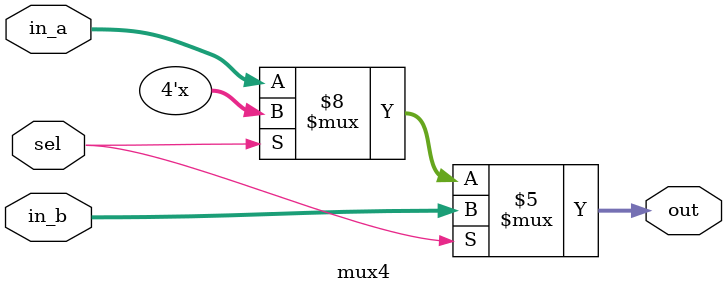
<source format=v>

`timescale 1ns/100ps

module mux4 (in_a, in_b, sel, out);

  /*
   *  4-BIT MULTIPLEXER - mux16.v
   *
   *  Inputs:
   *   - in_a (4 bits): First input to the multiplexer. Chosen when sel = 0.
   *   - in_b (4 bits): Second input to the multiplexer. Chosen when sel = 1.
   *   - sel: Controls which input is seen at the output.
   *
   *  Outputs:
   *   - out (4 bits): Output from the multiplexer.
   *
   */

  input  [3:0] in_a;
  input  [3:0] in_b;

  input  sel;
  output [3:0] out;

  reg   [3:0] out;
   
  always @ (in_a, in_b, sel)
  begin
    if (sel == 2'b00)
      out = in_a;
    if(sel == 2'b01)
      out = in_b;
  end

endmodule 

</source>
